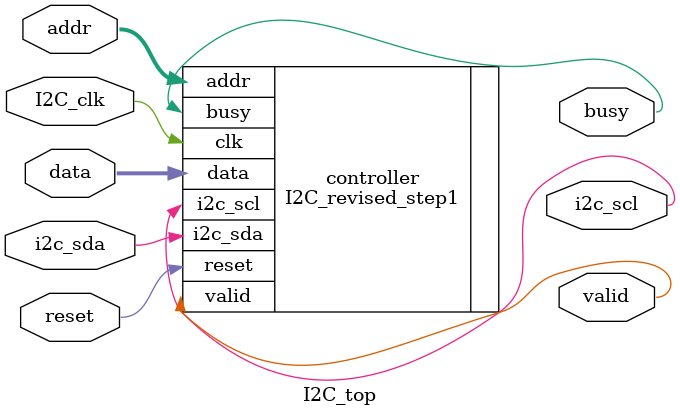
<source format=v>
module I2C_top(
	input I2C_clk,
	input reset,
	input [6:0]addr,
	input [7:0]data,
	output i2c_scl,
	inout i2c_sda,
	output valid,
	output busy
);

I2C_revised_step1 controller(
	.clk(I2C_clk),
	.reset(reset),
	.addr(addr),
	.data(data),
	.i2c_sda(i2c_sda),
	.i2c_scl(i2c_scl),
	.valid(valid),
	.busy(busy)
);




endmodule

</source>
